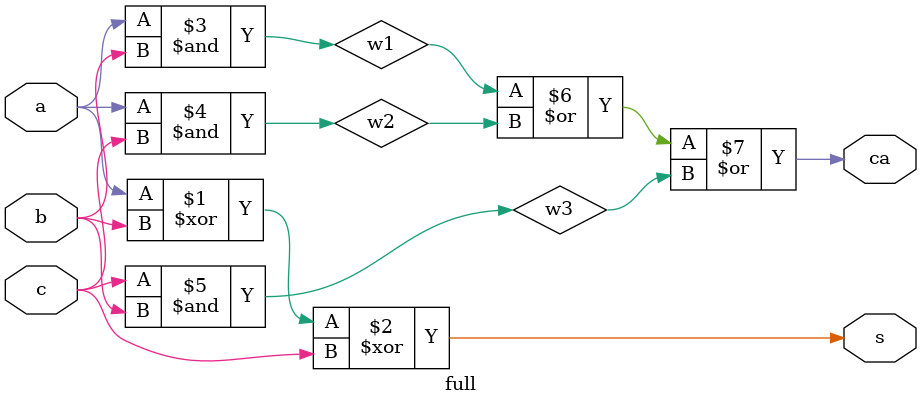
<source format=v>
module csa(s,ca,a,b,c);
output [3:0] s;
output ca;
input [3:0]a,b;
input c;
wire [3:0] ss,sz;
wire [2:0] ws,wz;
wire cz,co;
 
 full f1(ss[0],ws[0],a[0],b[0],1'b0);
 full f2(ss[1],ws[1],a[1],b[1],ws[0]);
 full f3(ss[2],ws[2],a[2],b[2],ws[1]);
 full f4(ss[3],cz,a[3],b[3],ws[2]);

 full f5(sz[0],wz[0],a[0],b[0],1'b1);
 full f6(sz[1],wz[1],a[1],b[1],wz[0]);
 full f7(sz[2],wz[2],a[2],b[2],wz[1]);
 full f8(sz[3],co,a[3],b[3],wz[2]);

 mux21 carry(ca,c,cz,co);

 mux21 sum1(s[0],c,ss[0],sz[0]);
 mux21 sum2(s[1],c,ss[1],sz[1]);
 mux21 sum3(s[2],c,ss[2],sz[2]);
 mux21 sum4(s[3],c,ss[3],sz[3]);

endmodule 

module mux21(sum,a1,x,y);
output sum;
input a1,x,y;
wire w1,w2,w3;
not t1(w1,a1);
and t2(w2,w1,x);
and t3(w3,a1,y);
or t4(sum,w2,w3);
endmodule


module full(s,ca,a,b,c);
output s,ca;
input  a,b,c;
wire w1,w2,w3;
xor g1(s,a,b,c);
and g2(w1,a,b);
and g3(w2,a,c);
and g4(w3,c,b);
or g5(ca,w1,w2,w3);
endmodule

</source>
